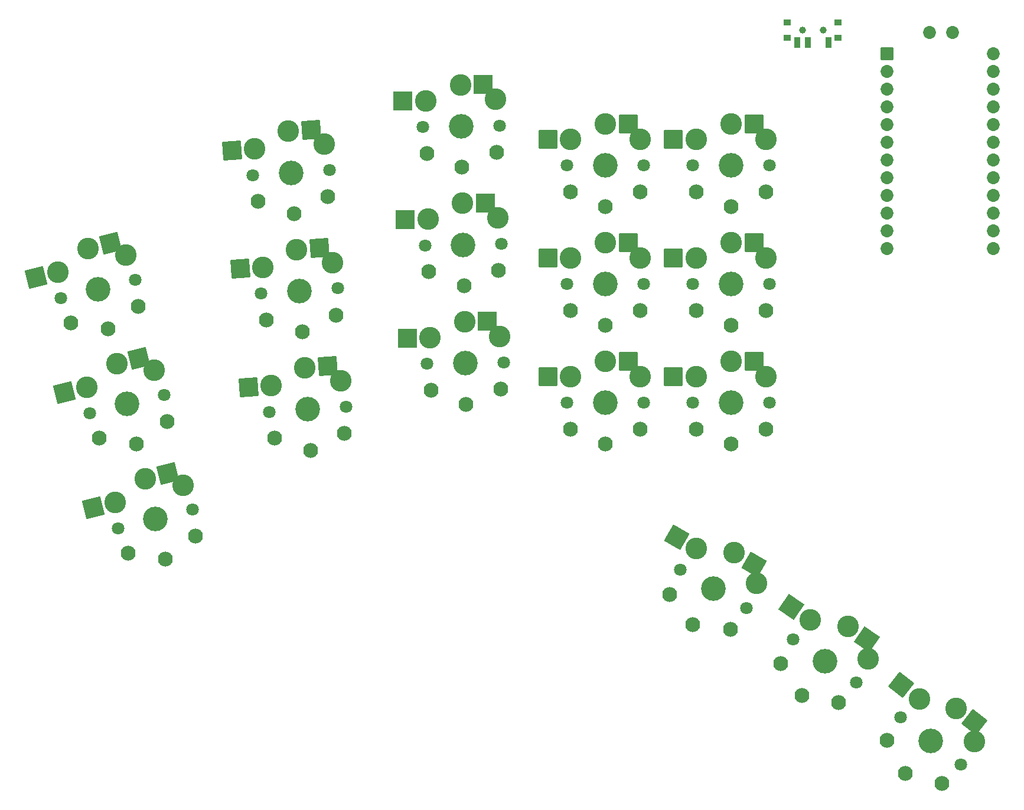
<source format=gbr>
%TF.GenerationSoftware,KiCad,Pcbnew,(6.0.5)*%
%TF.CreationDate,2022-05-07T21:13:44-04:00*%
%TF.ProjectId,main,6d61696e-2e6b-4696-9361-645f70636258,VERSION_HERE*%
%TF.SameCoordinates,Original*%
%TF.FileFunction,Soldermask,Top*%
%TF.FilePolarity,Negative*%
%FSLAX46Y46*%
G04 Gerber Fmt 4.6, Leading zero omitted, Abs format (unit mm)*
G04 Created by KiCad (PCBNEW (6.0.5)) date 2022-05-07 21:13:44*
%MOMM*%
%LPD*%
G01*
G04 APERTURE LIST*
G04 Aperture macros list*
%AMRoundRect*
0 Rectangle with rounded corners*
0 $1 Rounding radius*
0 $2 $3 $4 $5 $6 $7 $8 $9 X,Y pos of 4 corners*
0 Add a 4 corners polygon primitive as box body*
4,1,4,$2,$3,$4,$5,$6,$7,$8,$9,$2,$3,0*
0 Add four circle primitives for the rounded corners*
1,1,$1+$1,$2,$3*
1,1,$1+$1,$4,$5*
1,1,$1+$1,$6,$7*
1,1,$1+$1,$8,$9*
0 Add four rect primitives between the rounded corners*
20,1,$1+$1,$2,$3,$4,$5,0*
20,1,$1+$1,$4,$5,$6,$7,0*
20,1,$1+$1,$6,$7,$8,$9,0*
20,1,$1+$1,$8,$9,$2,$3,0*%
G04 Aperture macros list end*
%ADD10RoundRect,0.050000X-0.946886X-1.575883X1.575883X-0.946886X0.946886X1.575883X-1.575883X0.946886X0*%
%ADD11C,3.100000*%
%ADD12C,1.801800*%
%ADD13C,3.529000*%
%ADD14C,2.132000*%
%ADD15RoundRect,0.050000X-1.206150X-1.387517X1.387517X-1.206150X1.206150X1.387517X-1.387517X1.206150X0*%
%ADD16RoundRect,0.050000X-1.277114X-1.322490X1.322490X-1.277114X1.277114X1.322490X-1.322490X1.277114X0*%
%ADD17RoundRect,0.050000X-1.300000X-1.300000X1.300000X-1.300000X1.300000X1.300000X-1.300000X1.300000X0*%
%ADD18RoundRect,0.050000X-1.775833X-0.475833X0.475833X-1.775833X1.775833X0.475833X-0.475833X1.775833X0*%
%ADD19RoundRect,0.050000X-1.804700X-0.350798X0.350798X-1.804700X1.804700X0.350798X-0.350798X1.804700X0*%
%ADD20RoundRect,0.050000X-1.824774X-0.224054X0.224054X-1.824774X1.824774X0.224054X-0.224054X1.824774X0*%
%ADD21RoundRect,0.050000X-0.876300X0.876300X-0.876300X-0.876300X0.876300X-0.876300X0.876300X0.876300X0*%
%ADD22C,1.852600*%
%ADD23C,1.000000*%
%ADD24RoundRect,0.050000X0.500000X0.400000X-0.500000X0.400000X-0.500000X-0.400000X0.500000X-0.400000X0*%
%ADD25RoundRect,0.050000X0.350000X0.750000X-0.350000X0.750000X-0.350000X-0.750000X0.350000X-0.750000X0*%
G04 APERTURE END LIST*
D10*
%TO.C,S1*%
X148803563Y-169103262D03*
X159478250Y-164174413D03*
D11*
X156300532Y-164966707D03*
X151981281Y-168310968D03*
X156300532Y-164966707D03*
X161684239Y-165891749D03*
D12*
X152403341Y-172070537D03*
X163076593Y-169409397D03*
D13*
X157739967Y-170739967D03*
%TD*%
D14*
%TO.C,S2*%
X159167306Y-176464712D03*
X163510749Y-173217481D03*
X159167306Y-176464712D03*
X153807792Y-175636700D03*
D12*
X163076593Y-169409397D03*
X152403341Y-172070537D03*
D13*
X157739967Y-170739967D03*
%TD*%
D10*
%TO.C,S3*%
X144690891Y-152608235D03*
X155365578Y-147679386D03*
D11*
X152187860Y-148471680D03*
X147868609Y-151815941D03*
X152187860Y-148471680D03*
X157571567Y-149396722D03*
D12*
X148290669Y-155575510D03*
X158963921Y-152914370D03*
D13*
X153627295Y-154244940D03*
%TD*%
D14*
%TO.C,S4*%
X155054634Y-159969685D03*
X159398077Y-156722454D03*
X155054634Y-159969685D03*
X149695120Y-159141673D03*
D12*
X158963921Y-152914370D03*
X148290669Y-155575510D03*
D13*
X153627295Y-154244940D03*
%TD*%
D10*
%TO.C,S5*%
X140578218Y-136113207D03*
X151252905Y-131184358D03*
D11*
X148075187Y-131976652D03*
X143755936Y-135320913D03*
X148075187Y-131976652D03*
X153458894Y-132901694D03*
D12*
X144177996Y-139080482D03*
X154851248Y-136419342D03*
D13*
X149514622Y-137749912D03*
%TD*%
D14*
%TO.C,S6*%
X150941961Y-143474657D03*
X155285404Y-140227426D03*
X150941961Y-143474657D03*
X145582447Y-142646645D03*
D12*
X154851248Y-136419342D03*
X144177996Y-139080482D03*
D13*
X149514622Y-137749912D03*
%TD*%
D15*
%TO.C,S7*%
X171061712Y-151825332D03*
X182430112Y-148825003D03*
D11*
X179163090Y-149053456D03*
X174328734Y-151596879D03*
X179163090Y-149053456D03*
X184304374Y-150899314D03*
D12*
X174091539Y-155372623D03*
X185064743Y-154605301D03*
D13*
X179578141Y-154988962D03*
%TD*%
D14*
%TO.C,S8*%
X179989704Y-160874590D03*
X184831036Y-158430923D03*
X179989704Y-160874590D03*
X174855395Y-159128488D03*
D12*
X185064743Y-154605301D03*
X174091539Y-155372623D03*
D13*
X179578141Y-154988962D03*
%TD*%
D15*
%TO.C,S9*%
X169875852Y-134866744D03*
X181244252Y-131866415D03*
D11*
X177977230Y-132094868D03*
X173142874Y-134638291D03*
X177977230Y-132094868D03*
X183118514Y-133940726D03*
D12*
X172905679Y-138414035D03*
X183878883Y-137646713D03*
D13*
X178392281Y-138030374D03*
%TD*%
D14*
%TO.C,S10*%
X178803844Y-143916002D03*
X183645176Y-141472335D03*
X178803844Y-143916002D03*
X173669535Y-142169900D03*
D12*
X183878883Y-137646713D03*
X172905679Y-138414035D03*
D13*
X178392281Y-138030374D03*
%TD*%
D15*
%TO.C,S11*%
X168689992Y-117908155D03*
X180058392Y-114907826D03*
D11*
X176791370Y-115136279D03*
X171957014Y-117679702D03*
X176791370Y-115136279D03*
X181932654Y-116982137D03*
D12*
X171719819Y-121455446D03*
X182693023Y-120688124D03*
D13*
X177206421Y-121071785D03*
%TD*%
D14*
%TO.C,S12*%
X177617984Y-126957413D03*
X182459316Y-124513746D03*
X177617984Y-126957413D03*
X172483675Y-125211311D03*
D12*
X182693023Y-120688124D03*
X171719819Y-121455446D03*
D13*
X177206421Y-121071785D03*
%TD*%
D16*
%TO.C,S13*%
X193834146Y-144791733D03*
X205343991Y-142390493D03*
D11*
X202069490Y-142447649D03*
X197108647Y-144734576D03*
X202069490Y-142447649D03*
X207107124Y-144560052D03*
D12*
X196674170Y-148492731D03*
X207672494Y-148300755D03*
D13*
X202173332Y-148396743D03*
%TD*%
D14*
%TO.C,S14*%
X202276301Y-154295844D03*
X207238890Y-152108902D03*
X202276301Y-154295844D03*
X197240413Y-152283426D03*
D12*
X207672494Y-148300755D03*
X196674170Y-148492731D03*
D13*
X202173332Y-148396743D03*
%TD*%
D16*
%TO.C,S15*%
X193537455Y-127794322D03*
X205047300Y-125393082D03*
D11*
X201772799Y-125450238D03*
X196811956Y-127737165D03*
X201772799Y-125450238D03*
X206810433Y-127562641D03*
D12*
X196377479Y-131495320D03*
X207375803Y-131303344D03*
D13*
X201876641Y-131399332D03*
%TD*%
D14*
%TO.C,S16*%
X201979610Y-137298433D03*
X206942199Y-135111491D03*
X201979610Y-137298433D03*
X196943722Y-135286015D03*
D12*
X207375803Y-131303344D03*
X196377479Y-131495320D03*
D13*
X201876641Y-131399332D03*
%TD*%
D16*
%TO.C,S17*%
X193240764Y-110796912D03*
X204750609Y-108395672D03*
D11*
X201476108Y-108452828D03*
X196515265Y-110739755D03*
X201476108Y-108452828D03*
X206513742Y-110565231D03*
D12*
X196080788Y-114497910D03*
X207079112Y-114305934D03*
D13*
X201579950Y-114401922D03*
%TD*%
D14*
%TO.C,S18*%
X201682919Y-120301023D03*
X206645508Y-118114081D03*
X201682919Y-120301023D03*
X196647031Y-118288605D03*
D12*
X207079112Y-114305934D03*
X196080788Y-114497910D03*
D13*
X201579950Y-114401922D03*
%TD*%
D17*
%TO.C,S19*%
X214000000Y-150296781D03*
X225550000Y-148096781D03*
D11*
X222275000Y-148096781D03*
X217275000Y-150296781D03*
X222275000Y-148096781D03*
X227275000Y-150296781D03*
D12*
X216775000Y-154046781D03*
X227775000Y-154046781D03*
D13*
X222275000Y-154046781D03*
%TD*%
D14*
%TO.C,S20*%
X222275000Y-159946781D03*
X227275000Y-157846781D03*
X222275000Y-159946781D03*
X217275000Y-157846781D03*
D12*
X227775000Y-154046781D03*
X216775000Y-154046781D03*
D13*
X222275000Y-154046781D03*
%TD*%
D17*
%TO.C,S21*%
X214000000Y-133296781D03*
X225550000Y-131096781D03*
D11*
X222275000Y-131096781D03*
X217275000Y-133296781D03*
X222275000Y-131096781D03*
X227275000Y-133296781D03*
D12*
X216775000Y-137046781D03*
X227775000Y-137046781D03*
D13*
X222275000Y-137046781D03*
%TD*%
D14*
%TO.C,S22*%
X222275000Y-142946781D03*
X227275000Y-140846781D03*
X222275000Y-142946781D03*
X217275000Y-140846781D03*
D12*
X227775000Y-137046781D03*
X216775000Y-137046781D03*
D13*
X222275000Y-137046781D03*
%TD*%
D17*
%TO.C,S23*%
X214000000Y-116296781D03*
X225550000Y-114096781D03*
D11*
X222275000Y-114096781D03*
X217275000Y-116296781D03*
X222275000Y-114096781D03*
X227275000Y-116296781D03*
D12*
X216775000Y-120046781D03*
X227775000Y-120046781D03*
D13*
X222275000Y-120046781D03*
%TD*%
D14*
%TO.C,S24*%
X222275000Y-125946781D03*
X227275000Y-123846781D03*
X222275000Y-125946781D03*
X217275000Y-123846781D03*
D12*
X227775000Y-120046781D03*
X216775000Y-120046781D03*
D13*
X222275000Y-120046781D03*
%TD*%
D17*
%TO.C,S25*%
X232000000Y-150296781D03*
X243550000Y-148096781D03*
D11*
X240275000Y-148096781D03*
X235275000Y-150296781D03*
X240275000Y-148096781D03*
X245275000Y-150296781D03*
D12*
X234775000Y-154046781D03*
X245775000Y-154046781D03*
D13*
X240275000Y-154046781D03*
%TD*%
D14*
%TO.C,S26*%
X240275000Y-159946781D03*
X245275000Y-157846781D03*
X240275000Y-159946781D03*
X235275000Y-157846781D03*
D12*
X245775000Y-154046781D03*
X234775000Y-154046781D03*
D13*
X240275000Y-154046781D03*
%TD*%
D17*
%TO.C,S27*%
X232000000Y-133296781D03*
X243550000Y-131096781D03*
D11*
X240275000Y-131096781D03*
X235275000Y-133296781D03*
X240275000Y-131096781D03*
X245275000Y-133296781D03*
D12*
X234775000Y-137046781D03*
X245775000Y-137046781D03*
D13*
X240275000Y-137046781D03*
%TD*%
D14*
%TO.C,S28*%
X240275000Y-142946781D03*
X245275000Y-140846781D03*
X240275000Y-142946781D03*
X235275000Y-140846781D03*
D12*
X245775000Y-137046781D03*
X234775000Y-137046781D03*
D13*
X240275000Y-137046781D03*
%TD*%
D17*
%TO.C,S29*%
X232000000Y-116296781D03*
X243550000Y-114096781D03*
D11*
X240275000Y-114096781D03*
X235275000Y-116296781D03*
X240275000Y-114096781D03*
X245275000Y-116296781D03*
D12*
X234775000Y-120046781D03*
X245775000Y-120046781D03*
D13*
X240275000Y-120046781D03*
%TD*%
D14*
%TO.C,S30*%
X240275000Y-125946781D03*
X245275000Y-123846781D03*
X240275000Y-125946781D03*
X235275000Y-123846781D03*
D12*
X245775000Y-120046781D03*
X234775000Y-120046781D03*
D13*
X240275000Y-120046781D03*
%TD*%
D18*
%TO.C,S31*%
X232448607Y-173354872D03*
X243551200Y-177224616D03*
D11*
X240714967Y-175587116D03*
X235284840Y-174992372D03*
X240714967Y-175587116D03*
X243945094Y-179992372D03*
D12*
X232976827Y-177989967D03*
X242503107Y-183489967D03*
D13*
X237739967Y-180739967D03*
%TD*%
D14*
%TO.C,S32*%
X234789967Y-185849517D03*
X240170094Y-186530864D03*
X234789967Y-185849517D03*
X231509840Y-181530864D03*
D12*
X242503107Y-183489967D03*
X232976827Y-177989967D03*
D13*
X237739967Y-180739967D03*
%TD*%
D19*
%TO.C,S33*%
X248931137Y-183369780D03*
X259736746Y-188004575D03*
D11*
X257021648Y-186173218D03*
X251646236Y-185201137D03*
X257021648Y-186173218D03*
X259936611Y-190793066D03*
D12*
X249134743Y-188030431D03*
X258254157Y-194181553D03*
D13*
X253694450Y-191105992D03*
%TD*%
D14*
%TO.C,S34*%
X250395212Y-195997314D03*
X255714705Y-197052299D03*
X250395212Y-195997314D03*
X247424329Y-191460370D03*
D12*
X258254157Y-194181553D03*
X249134743Y-188030431D03*
D13*
X253694450Y-191105992D03*
%TD*%
D20*
%TO.C,S35*%
X264674913Y-194510056D03*
X275130892Y-199887322D03*
D11*
X272550157Y-197871031D03*
X267255648Y-196526347D03*
X272550157Y-197871031D03*
X275135755Y-202682962D03*
D12*
X264552912Y-199173557D03*
X273221030Y-205945833D03*
D13*
X268886971Y-202559695D03*
%TD*%
D14*
%TO.C,S36*%
X265254568Y-207208958D03*
X270487511Y-208632443D03*
X265254568Y-207208958D03*
X262607404Y-202475828D03*
D12*
X273221030Y-205945833D03*
X264552912Y-199173557D03*
D13*
X268886971Y-202559695D03*
%TD*%
D21*
%TO.C,MCU1*%
X262619967Y-104019967D03*
D22*
X262619967Y-106559967D03*
X262619967Y-109099967D03*
X262619967Y-111639967D03*
X262619967Y-114179967D03*
X262619967Y-116719967D03*
X262619967Y-119259967D03*
X262619967Y-121799967D03*
X262619967Y-124339967D03*
X262619967Y-126879967D03*
X262619967Y-129419967D03*
X262619967Y-131959967D03*
X277859967Y-104019967D03*
X277859967Y-106559967D03*
X277859967Y-109099967D03*
X277859967Y-111639967D03*
X277859967Y-114179967D03*
X277859967Y-116719967D03*
X277859967Y-119259967D03*
X277859967Y-121799967D03*
X277859967Y-124339967D03*
X277859967Y-126879967D03*
X277859967Y-129419967D03*
X277859967Y-131959967D03*
%TD*%
%TO.C,*%
X272000000Y-101000000D03*
X268760000Y-101000000D03*
%TD*%
D23*
%TO.C,*%
X250489967Y-100634967D03*
X253489967Y-100634967D03*
D24*
X255639967Y-101744967D03*
X248339967Y-101744967D03*
X248339967Y-99534967D03*
X255639967Y-99534967D03*
D25*
X249739967Y-102394967D03*
X251239967Y-102394967D03*
X254239967Y-102394967D03*
D23*
X250489967Y-100634967D03*
X253489967Y-100634967D03*
%TD*%
M02*

</source>
